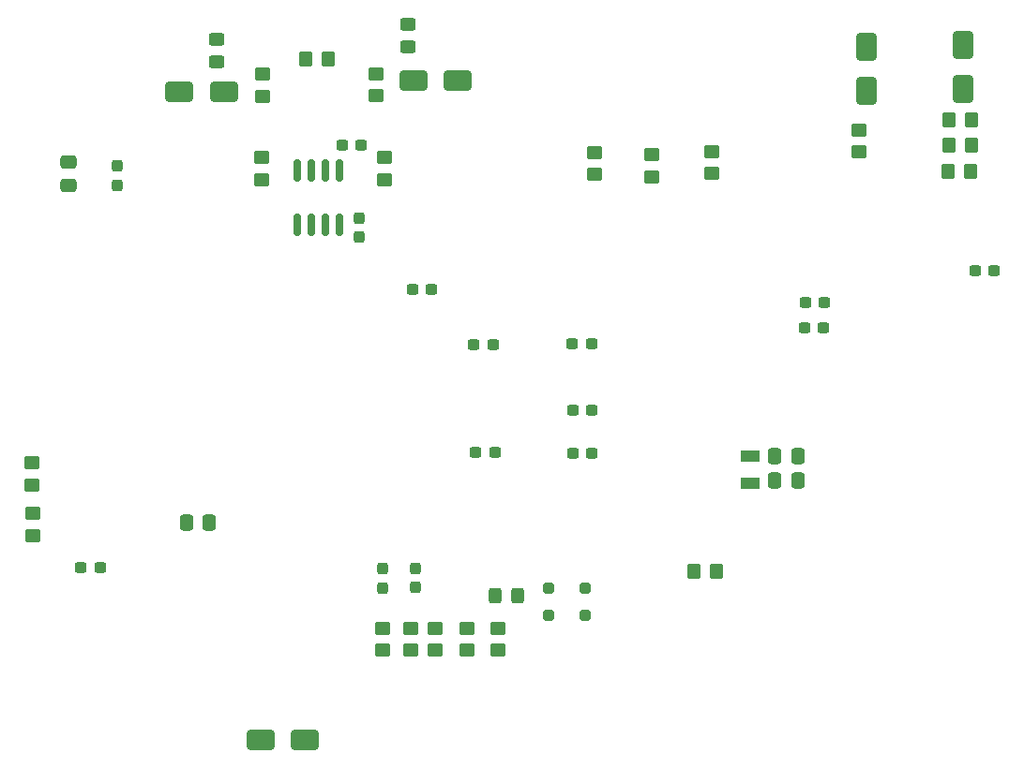
<source format=gbr>
%TF.GenerationSoftware,KiCad,Pcbnew,(7.0.0)*%
%TF.CreationDate,2025-01-08T17:10:47+03:30*%
%TF.ProjectId,logger,6c6f6767-6572-42e6-9b69-6361645f7063,rev?*%
%TF.SameCoordinates,Original*%
%TF.FileFunction,Paste,Bot*%
%TF.FilePolarity,Positive*%
%FSLAX46Y46*%
G04 Gerber Fmt 4.6, Leading zero omitted, Abs format (unit mm)*
G04 Created by KiCad (PCBNEW (7.0.0)) date 2025-01-08 17:10:47*
%MOMM*%
%LPD*%
G01*
G04 APERTURE LIST*
G04 Aperture macros list*
%AMRoundRect*
0 Rectangle with rounded corners*
0 $1 Rounding radius*
0 $2 $3 $4 $5 $6 $7 $8 $9 X,Y pos of 4 corners*
0 Add a 4 corners polygon primitive as box body*
4,1,4,$2,$3,$4,$5,$6,$7,$8,$9,$2,$3,0*
0 Add four circle primitives for the rounded corners*
1,1,$1+$1,$2,$3*
1,1,$1+$1,$4,$5*
1,1,$1+$1,$6,$7*
1,1,$1+$1,$8,$9*
0 Add four rect primitives between the rounded corners*
20,1,$1+$1,$2,$3,$4,$5,0*
20,1,$1+$1,$4,$5,$6,$7,0*
20,1,$1+$1,$6,$7,$8,$9,0*
20,1,$1+$1,$8,$9,$2,$3,0*%
G04 Aperture macros list end*
%ADD10RoundRect,0.250000X0.450000X-0.350000X0.450000X0.350000X-0.450000X0.350000X-0.450000X-0.350000X0*%
%ADD11RoundRect,0.250000X0.325000X0.450000X-0.325000X0.450000X-0.325000X-0.450000X0.325000X-0.450000X0*%
%ADD12RoundRect,0.237500X-0.300000X-0.237500X0.300000X-0.237500X0.300000X0.237500X-0.300000X0.237500X0*%
%ADD13RoundRect,0.237500X0.300000X0.237500X-0.300000X0.237500X-0.300000X-0.237500X0.300000X-0.237500X0*%
%ADD14RoundRect,0.250000X0.350000X0.450000X-0.350000X0.450000X-0.350000X-0.450000X0.350000X-0.450000X0*%
%ADD15RoundRect,0.250000X-0.337500X-0.475000X0.337500X-0.475000X0.337500X0.475000X-0.337500X0.475000X0*%
%ADD16RoundRect,0.250000X0.250000X-0.250000X0.250000X0.250000X-0.250000X0.250000X-0.250000X-0.250000X0*%
%ADD17RoundRect,0.237500X-0.237500X0.300000X-0.237500X-0.300000X0.237500X-0.300000X0.237500X0.300000X0*%
%ADD18RoundRect,0.250000X-1.000000X-0.650000X1.000000X-0.650000X1.000000X0.650000X-1.000000X0.650000X0*%
%ADD19RoundRect,0.250000X0.650000X-1.000000X0.650000X1.000000X-0.650000X1.000000X-0.650000X-1.000000X0*%
%ADD20RoundRect,0.250000X-0.450000X0.350000X-0.450000X-0.350000X0.450000X-0.350000X0.450000X0.350000X0*%
%ADD21RoundRect,0.250000X-0.475000X0.337500X-0.475000X-0.337500X0.475000X-0.337500X0.475000X0.337500X0*%
%ADD22RoundRect,0.150000X0.150000X-0.825000X0.150000X0.825000X-0.150000X0.825000X-0.150000X-0.825000X0*%
%ADD23RoundRect,0.250000X1.000000X0.650000X-1.000000X0.650000X-1.000000X-0.650000X1.000000X-0.650000X0*%
%ADD24R,1.800000X1.000000*%
%ADD25RoundRect,0.250000X0.450000X-0.325000X0.450000X0.325000X-0.450000X0.325000X-0.450000X-0.325000X0*%
%ADD26RoundRect,0.250000X0.337500X0.475000X-0.337500X0.475000X-0.337500X-0.475000X0.337500X-0.475000X0*%
G04 APERTURE END LIST*
D10*
%TO.C,R19*%
X251850000Y-62750000D03*
X251850000Y-60750000D03*
%TD*%
D11*
%TO.C,C30*%
X221025000Y-102825000D03*
X218975000Y-102825000D03*
%TD*%
D12*
%TO.C,C2*%
X217062500Y-80125000D03*
X218787500Y-80125000D03*
%TD*%
D13*
%TO.C,C47*%
X206897500Y-62095000D03*
X205172500Y-62095000D03*
%TD*%
D10*
%TO.C,R45*%
X211325000Y-107775000D03*
X211325000Y-105775000D03*
%TD*%
D14*
%TO.C,R24*%
X261975000Y-62095000D03*
X259975000Y-62095000D03*
%TD*%
D10*
%TO.C,R39*%
X208850000Y-107775000D03*
X208850000Y-105775000D03*
%TD*%
D13*
%TO.C,C35*%
X213212500Y-75125000D03*
X211487500Y-75125000D03*
%TD*%
D15*
%TO.C,C19*%
X244232500Y-92450000D03*
X246307500Y-92450000D03*
%TD*%
D13*
%TO.C,C4*%
X227662500Y-80075000D03*
X225937500Y-80075000D03*
%TD*%
%TO.C,C3*%
X227737500Y-89950000D03*
X226012500Y-89950000D03*
%TD*%
D10*
%TO.C,R10*%
X197975000Y-57700000D03*
X197975000Y-55700000D03*
%TD*%
D16*
%TO.C,D16*%
X223835000Y-104665000D03*
X223835000Y-102165000D03*
%TD*%
D17*
%TO.C,C46*%
X206725000Y-68712500D03*
X206725000Y-70437500D03*
%TD*%
D18*
%TO.C,D6*%
X190475000Y-57325000D03*
X194475000Y-57325000D03*
%TD*%
D10*
%TO.C,R36*%
X227925000Y-64775000D03*
X227925000Y-62775000D03*
%TD*%
%TO.C,R41*%
X216406250Y-107775000D03*
X216406250Y-105775000D03*
%TD*%
D14*
%TO.C,R4*%
X238935000Y-100665000D03*
X236935000Y-100665000D03*
%TD*%
D10*
%TO.C,R15*%
X197895000Y-65235000D03*
X197895000Y-63235000D03*
%TD*%
D19*
%TO.C,D10*%
X261200000Y-57075000D03*
X261200000Y-53075000D03*
%TD*%
D20*
%TO.C,R46*%
X233125000Y-62975000D03*
X233125000Y-64975000D03*
%TD*%
D21*
%TO.C,C40*%
X180425000Y-63662500D03*
X180425000Y-65737500D03*
%TD*%
D10*
%TO.C,R42*%
X213562500Y-107775000D03*
X213562500Y-105775000D03*
%TD*%
D13*
%TO.C,C1*%
X227737500Y-86100000D03*
X226012500Y-86100000D03*
%TD*%
D12*
%TO.C,C7*%
X246980000Y-76335000D03*
X248705000Y-76335000D03*
%TD*%
D14*
%TO.C,R23*%
X261950000Y-59850000D03*
X259950000Y-59850000D03*
%TD*%
D22*
%TO.C,U13*%
X204880000Y-69320000D03*
X203610000Y-69320000D03*
X202340000Y-69320000D03*
X201070000Y-69320000D03*
X201070000Y-64370000D03*
X202340000Y-64370000D03*
X203610000Y-64370000D03*
X204880000Y-64370000D03*
%TD*%
D23*
%TO.C,D9*%
X215575000Y-56300000D03*
X211575000Y-56300000D03*
%TD*%
D15*
%TO.C,C18*%
X244232500Y-90275000D03*
X246307500Y-90275000D03*
%TD*%
D20*
%TO.C,R6*%
X177175000Y-90825000D03*
X177175000Y-92825000D03*
%TD*%
%TO.C,R14*%
X208225000Y-55675000D03*
X208225000Y-57675000D03*
%TD*%
D24*
%TO.C,U4*%
X241969999Y-92699999D03*
X241969999Y-90199999D03*
%TD*%
D25*
%TO.C,R11*%
X193800000Y-54575000D03*
X193800000Y-52525000D03*
%TD*%
D12*
%TO.C,C8*%
X246917500Y-78610000D03*
X248642500Y-78610000D03*
%TD*%
%TO.C,C27*%
X181592500Y-100295000D03*
X183317500Y-100295000D03*
%TD*%
D10*
%TO.C,R16*%
X209025000Y-65235000D03*
X209025000Y-63235000D03*
%TD*%
D17*
%TO.C,C37*%
X211775000Y-100387500D03*
X211775000Y-102112500D03*
%TD*%
D10*
%TO.C,R40*%
X219250000Y-107775000D03*
X219250000Y-105775000D03*
%TD*%
D14*
%TO.C,R12*%
X203900000Y-54375000D03*
X201900000Y-54375000D03*
%TD*%
%TO.C,R25*%
X261895000Y-64485000D03*
X259895000Y-64485000D03*
%TD*%
D17*
%TO.C,C32*%
X184850000Y-64012500D03*
X184850000Y-65737500D03*
%TD*%
D20*
%TO.C,R35*%
X238500000Y-62700000D03*
X238500000Y-64700000D03*
%TD*%
D19*
%TO.C,D11*%
X252525000Y-57200000D03*
X252525000Y-53200000D03*
%TD*%
D12*
%TO.C,C50*%
X264037500Y-73435000D03*
X262312500Y-73435000D03*
%TD*%
D25*
%TO.C,R13*%
X211075000Y-53275000D03*
X211075000Y-51225000D03*
%TD*%
D23*
%TO.C,D18*%
X201825000Y-115875000D03*
X197825000Y-115875000D03*
%TD*%
D26*
%TO.C,C25*%
X193182500Y-96205000D03*
X191107500Y-96205000D03*
%TD*%
D16*
%TO.C,D5*%
X227125000Y-104645000D03*
X227125000Y-102145000D03*
%TD*%
D20*
%TO.C,R8*%
X177250000Y-95425000D03*
X177250000Y-97425000D03*
%TD*%
D12*
%TO.C,C5*%
X217237500Y-89925000D03*
X218962500Y-89925000D03*
%TD*%
D17*
%TO.C,C31*%
X208850000Y-100412500D03*
X208850000Y-102137500D03*
%TD*%
M02*

</source>
